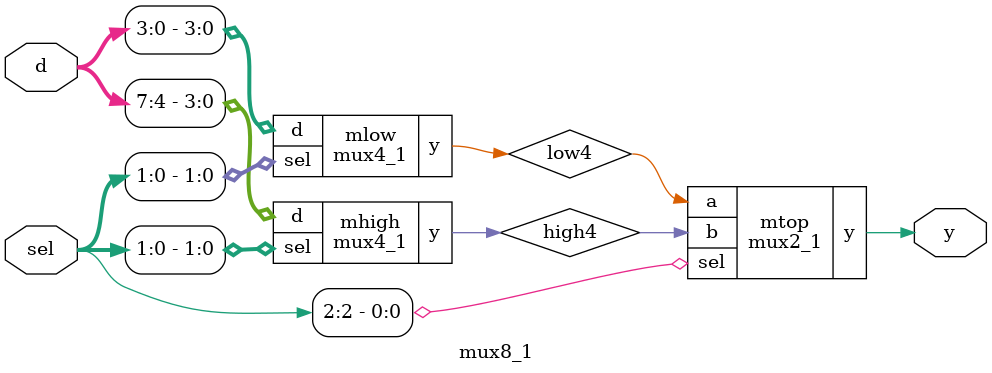
<source format=v>
`timescale 1ns/1ps
module mux2_1 (
    input a,
    input b,
    input sel,
    output y
);
    wire nsel, and0, and1;

    not(nsel,sel);
    and(and0,a,nsel);
    and(and1,b,sel);
    or(y, and0, and1);
endmodule

module mux4_1 (
    input [3:0] d,
    input [1:0] sel,
    output y
);
    wire low, high;
    mux2_1 m0 (.a(d[0]), .b(d[1]), .sel(sel[0]), .y(low));
    mux2_1 m1 (.a(d[2]), .b(d[3]), .sel(sel[0]), .y(high));
    mux2_1 m2 (.a(low), .b(high), .sel(sel[1]), .y(y));
endmodule

module mux8_1 (
    input [7:0] d,
    input [2:0] sel,
    output y
);
    wire low4, high4;
    mux4_1 mlow (.d(d[3:0]), .sel(sel[1:0]), .y(low4));
    mux4_1 mhigh(.d(d[7:4]), .sel(sel[1:0]), .y(high4));
    mux2_1 mtop (.a(low4), .b(high4), .sel(sel[2]), .y(y));
endmodule
</source>
